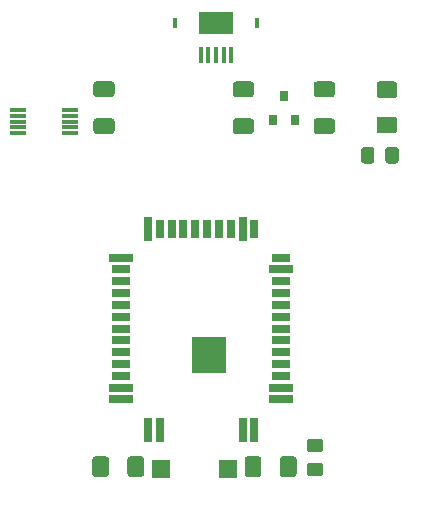
<source format=gbr>
%TF.GenerationSoftware,KiCad,Pcbnew,(5.1.8)-1*%
%TF.CreationDate,2021-02-17T08:18:28+05:30*%
%TF.ProjectId,WLR089U0-DevBoard,574c5230-3839-4553-902d-446576426f61,V1*%
%TF.SameCoordinates,Original*%
%TF.FileFunction,Paste,Top*%
%TF.FilePolarity,Positive*%
%FSLAX46Y46*%
G04 Gerber Fmt 4.6, Leading zero omitted, Abs format (unit mm)*
G04 Created by KiCad (PCBNEW (5.1.8)-1) date 2021-02-17 08:18:28*
%MOMM*%
%LPD*%
G01*
G04 APERTURE LIST*
%ADD10R,1.500000X1.500000*%
%ADD11R,0.400000X1.350000*%
%ADD12R,2.900000X1.900000*%
%ADD13R,0.300000X0.850000*%
%ADD14R,2.000000X0.700000*%
%ADD15R,1.500000X0.700000*%
%ADD16R,0.700000X1.500000*%
%ADD17R,0.700000X2.000000*%
%ADD18R,3.000000X3.030000*%
%ADD19R,0.800000X0.900000*%
%ADD20R,1.400000X0.300000*%
G04 APERTURE END LIST*
D10*
%TO.C,SW1*%
X143408000Y-119263000D03*
X137788000Y-119253000D03*
%TD*%
D11*
%TO.C,J1*%
X143725000Y-84175000D03*
X143075000Y-84175000D03*
X142425000Y-84175000D03*
X141125000Y-84175000D03*
X141775000Y-84175000D03*
D12*
X142425000Y-81500000D03*
D13*
X138925000Y-81500000D03*
X145925000Y-81500000D03*
%TD*%
%TO.C,C1*%
G36*
G01*
X144099997Y-89580000D02*
X145400003Y-89580000D01*
G75*
G02*
X145650000Y-89829997I0J-249997D01*
G01*
X145650000Y-90655003D01*
G75*
G02*
X145400003Y-90905000I-249997J0D01*
G01*
X144099997Y-90905000D01*
G75*
G02*
X143850000Y-90655003I0J249997D01*
G01*
X143850000Y-89829997D01*
G75*
G02*
X144099997Y-89580000I249997J0D01*
G01*
G37*
G36*
G01*
X144099997Y-86455000D02*
X145400003Y-86455000D01*
G75*
G02*
X145650000Y-86704997I0J-249997D01*
G01*
X145650000Y-87530003D01*
G75*
G02*
X145400003Y-87780000I-249997J0D01*
G01*
X144099997Y-87780000D01*
G75*
G02*
X143850000Y-87530003I0J249997D01*
G01*
X143850000Y-86704997D01*
G75*
G02*
X144099997Y-86455000I249997J0D01*
G01*
G37*
%TD*%
%TO.C,C2*%
G36*
G01*
X152250003Y-90905000D02*
X150949997Y-90905000D01*
G75*
G02*
X150700000Y-90655003I0J249997D01*
G01*
X150700000Y-89829997D01*
G75*
G02*
X150949997Y-89580000I249997J0D01*
G01*
X152250003Y-89580000D01*
G75*
G02*
X152500000Y-89829997I0J-249997D01*
G01*
X152500000Y-90655003D01*
G75*
G02*
X152250003Y-90905000I-249997J0D01*
G01*
G37*
G36*
G01*
X152250003Y-87780000D02*
X150949997Y-87780000D01*
G75*
G02*
X150700000Y-87530003I0J249997D01*
G01*
X150700000Y-86704997D01*
G75*
G02*
X150949997Y-86455000I249997J0D01*
G01*
X152250003Y-86455000D01*
G75*
G02*
X152500000Y-86704997I0J-249997D01*
G01*
X152500000Y-87530003D01*
G75*
G02*
X152250003Y-87780000I-249997J0D01*
G01*
G37*
%TD*%
%TO.C,C3*%
G36*
G01*
X132296997Y-89580000D02*
X133597003Y-89580000D01*
G75*
G02*
X133847000Y-89829997I0J-249997D01*
G01*
X133847000Y-90655003D01*
G75*
G02*
X133597003Y-90905000I-249997J0D01*
G01*
X132296997Y-90905000D01*
G75*
G02*
X132047000Y-90655003I0J249997D01*
G01*
X132047000Y-89829997D01*
G75*
G02*
X132296997Y-89580000I249997J0D01*
G01*
G37*
G36*
G01*
X132296997Y-86455000D02*
X133597003Y-86455000D01*
G75*
G02*
X133847000Y-86704997I0J-249997D01*
G01*
X133847000Y-87530003D01*
G75*
G02*
X133597003Y-87780000I-249997J0D01*
G01*
X132296997Y-87780000D01*
G75*
G02*
X132047000Y-87530003I0J249997D01*
G01*
X132047000Y-86704997D01*
G75*
G02*
X132296997Y-86455000I249997J0D01*
G01*
G37*
%TD*%
%TO.C,D1*%
G36*
G01*
X157900000Y-92249999D02*
X157900000Y-93150001D01*
G75*
G02*
X157650001Y-93400000I-249999J0D01*
G01*
X156999999Y-93400000D01*
G75*
G02*
X156750000Y-93150001I0J249999D01*
G01*
X156750000Y-92249999D01*
G75*
G02*
X156999999Y-92000000I249999J0D01*
G01*
X157650001Y-92000000D01*
G75*
G02*
X157900000Y-92249999I0J-249999D01*
G01*
G37*
G36*
G01*
X155850000Y-92249999D02*
X155850000Y-93150001D01*
G75*
G02*
X155600001Y-93400000I-249999J0D01*
G01*
X154949999Y-93400000D01*
G75*
G02*
X154700000Y-93150001I0J249999D01*
G01*
X154700000Y-92249999D01*
G75*
G02*
X154949999Y-92000000I249999J0D01*
G01*
X155600001Y-92000000D01*
G75*
G02*
X155850000Y-92249999I0J-249999D01*
G01*
G37*
%TD*%
%TO.C,D2*%
G36*
G01*
X151265001Y-117843000D02*
X150364999Y-117843000D01*
G75*
G02*
X150115000Y-117593001I0J249999D01*
G01*
X150115000Y-116942999D01*
G75*
G02*
X150364999Y-116693000I249999J0D01*
G01*
X151265001Y-116693000D01*
G75*
G02*
X151515000Y-116942999I0J-249999D01*
G01*
X151515000Y-117593001D01*
G75*
G02*
X151265001Y-117843000I-249999J0D01*
G01*
G37*
G36*
G01*
X151265001Y-119893000D02*
X150364999Y-119893000D01*
G75*
G02*
X150115000Y-119643001I0J249999D01*
G01*
X150115000Y-118992999D01*
G75*
G02*
X150364999Y-118743000I249999J0D01*
G01*
X151265001Y-118743000D01*
G75*
G02*
X151515000Y-118992999I0J-249999D01*
G01*
X151515000Y-119643001D01*
G75*
G02*
X151265001Y-119893000I-249999J0D01*
G01*
G37*
%TD*%
D14*
%TO.C,IC1*%
X147925000Y-113370000D03*
X147925000Y-112370000D03*
D15*
X147925000Y-111370000D03*
X147925000Y-110370000D03*
X147925000Y-109370000D03*
X147925000Y-108370000D03*
X147925000Y-107370000D03*
X147925000Y-106370000D03*
X147925000Y-105370000D03*
X147925000Y-104370000D03*
X147925000Y-103370000D03*
D14*
X147925000Y-102370000D03*
D15*
X147925000Y-101370000D03*
D16*
X145675000Y-98950000D03*
D17*
X144675000Y-98950000D03*
D16*
X143675000Y-98950000D03*
X142675000Y-98950000D03*
X141675000Y-98950000D03*
X140675000Y-98950000D03*
X139675000Y-98950000D03*
X138675000Y-98950000D03*
X137675000Y-98950000D03*
D17*
X136675000Y-98950000D03*
D14*
X134425000Y-101370000D03*
D15*
X134425000Y-102370000D03*
X134425000Y-103370000D03*
X134425000Y-104370000D03*
X134425000Y-105370000D03*
X134425000Y-106370000D03*
X134425000Y-107370000D03*
X134425000Y-108370000D03*
X134425000Y-109370000D03*
X134425000Y-110370000D03*
X134425000Y-111370000D03*
D14*
X134425000Y-112370000D03*
X134425000Y-113370000D03*
D17*
X136675000Y-115950000D03*
X137675000Y-115950000D03*
X144675000Y-115950000D03*
X145675000Y-115950000D03*
D18*
X141875000Y-109620000D03*
%TD*%
%TO.C,R1*%
G36*
G01*
X131950000Y-119693000D02*
X131950000Y-118443000D01*
G75*
G02*
X132200000Y-118193000I250000J0D01*
G01*
X133125000Y-118193000D01*
G75*
G02*
X133375000Y-118443000I0J-250000D01*
G01*
X133375000Y-119693000D01*
G75*
G02*
X133125000Y-119943000I-250000J0D01*
G01*
X132200000Y-119943000D01*
G75*
G02*
X131950000Y-119693000I0J250000D01*
G01*
G37*
G36*
G01*
X134925000Y-119693000D02*
X134925000Y-118443000D01*
G75*
G02*
X135175000Y-118193000I250000J0D01*
G01*
X136100000Y-118193000D01*
G75*
G02*
X136350000Y-118443000I0J-250000D01*
G01*
X136350000Y-119693000D01*
G75*
G02*
X136100000Y-119943000I-250000J0D01*
G01*
X135175000Y-119943000D01*
G75*
G02*
X134925000Y-119693000I0J250000D01*
G01*
G37*
%TD*%
%TO.C,R2*%
G36*
G01*
X156275000Y-89425000D02*
X157525000Y-89425000D01*
G75*
G02*
X157775000Y-89675000I0J-250000D01*
G01*
X157775000Y-90600000D01*
G75*
G02*
X157525000Y-90850000I-250000J0D01*
G01*
X156275000Y-90850000D01*
G75*
G02*
X156025000Y-90600000I0J250000D01*
G01*
X156025000Y-89675000D01*
G75*
G02*
X156275000Y-89425000I250000J0D01*
G01*
G37*
G36*
G01*
X156275000Y-86450000D02*
X157525000Y-86450000D01*
G75*
G02*
X157775000Y-86700000I0J-250000D01*
G01*
X157775000Y-87625000D01*
G75*
G02*
X157525000Y-87875000I-250000J0D01*
G01*
X156275000Y-87875000D01*
G75*
G02*
X156025000Y-87625000I0J250000D01*
G01*
X156025000Y-86700000D01*
G75*
G02*
X156275000Y-86450000I250000J0D01*
G01*
G37*
%TD*%
%TO.C,R3*%
G36*
G01*
X147832000Y-119693000D02*
X147832000Y-118443000D01*
G75*
G02*
X148082000Y-118193000I250000J0D01*
G01*
X149007000Y-118193000D01*
G75*
G02*
X149257000Y-118443000I0J-250000D01*
G01*
X149257000Y-119693000D01*
G75*
G02*
X149007000Y-119943000I-250000J0D01*
G01*
X148082000Y-119943000D01*
G75*
G02*
X147832000Y-119693000I0J250000D01*
G01*
G37*
G36*
G01*
X144857000Y-119693000D02*
X144857000Y-118443000D01*
G75*
G02*
X145107000Y-118193000I250000J0D01*
G01*
X146032000Y-118193000D01*
G75*
G02*
X146282000Y-118443000I0J-250000D01*
G01*
X146282000Y-119693000D01*
G75*
G02*
X146032000Y-119943000I-250000J0D01*
G01*
X145107000Y-119943000D01*
G75*
G02*
X144857000Y-119693000I0J250000D01*
G01*
G37*
%TD*%
D19*
%TO.C,U1*%
X148175000Y-87700000D03*
X149125000Y-89700000D03*
X147225000Y-89700000D03*
%TD*%
D20*
%TO.C,U2*%
X130100000Y-88850000D03*
X130100000Y-89350000D03*
X130100000Y-89850000D03*
X130100000Y-90350000D03*
X130100000Y-90850000D03*
X125700000Y-90850000D03*
X125700000Y-90350000D03*
X125700000Y-89850000D03*
X125700000Y-89350000D03*
X125700000Y-88850000D03*
%TD*%
M02*

</source>
